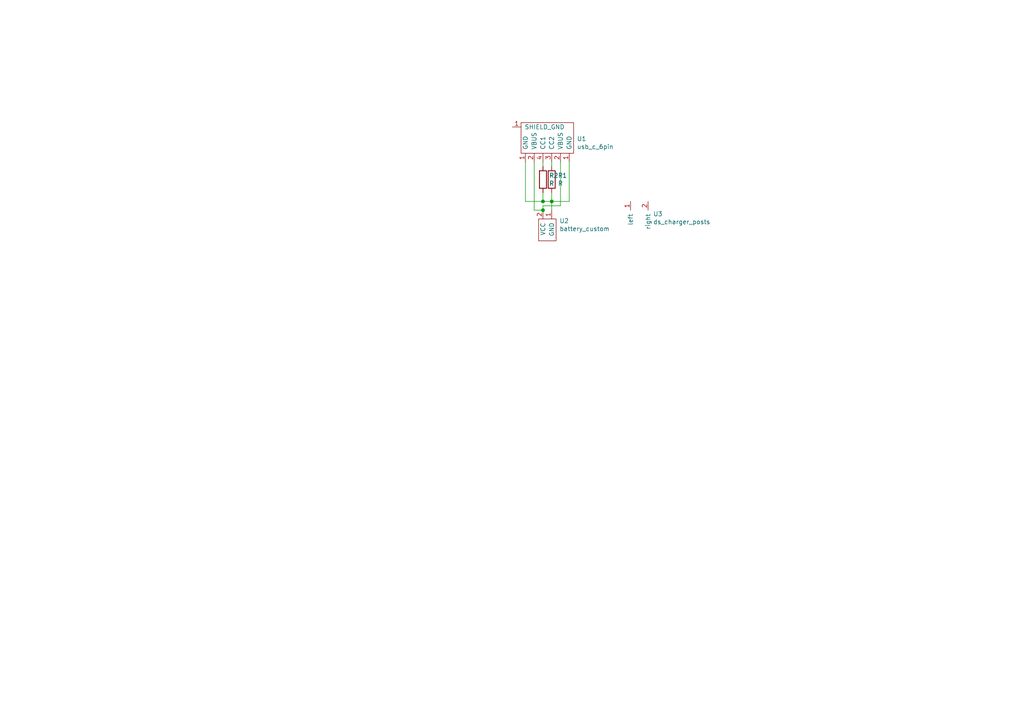
<source format=kicad_sch>
(kicad_sch (version 20211123) (generator eeschema)
  (paper "A4")
  (lib_symbols
    (symbol "Device:R" (pin_numbers hide) (pin_names (offset 0))
      (property "Reference" "R" (at 2.032 0 90))
      (property "Value" "R" (at 0 0 90))
      (symbol "R_0_1"
        (rectangle (start -1.016 -2.54) (end 1.016 2.54) (stroke (width 0.254)))
      )
      (symbol "R_1_1"
        (pin passive line (at 0 3.81 270) (length 1.27) (name "~") (number "1"))
        (pin passive line (at 0 -3.81 90) (length 1.27) (name "~") (number "2"))
      )
    )
    (symbol "battery_custom:battery_custom" (pin_names (offset 1.016))
      (property "Reference" "U" (at 3.81 3.81 90))
      (property "Value" "battery_custom" (at -5.08 3.81 90))
      (symbol "battery_custom_0_1"
        (rectangle (start -2.54 0) (end 2.54 6.35))
      )
      (symbol "battery_custom_1_1"
        (pin input line (at -1.27 -2.54 90) (length 2.54) (name "GND") (number "1"))
        (pin input line (at 1.27 -2.54 90) (length 2.54) (name "VCC") (number "2"))
      )
    )
    (symbol "dsixl_usb_c-rescue:ds_charger_posts-ds_charger_posts" (pin_names (offset 1.016))
      (property "Reference" "U" (at 0 3.81 0))
      (property "Value" "ds_charger_posts-ds_charger_posts" (at 0 6.35 0))
      (symbol "ds_charger_posts-ds_charger_posts_1_1"
        (pin input line (at -2.54 0 270) (length 2.54) (name "left") (number "1"))
        (pin input line (at 2.54 0 270) (length 2.54) (name "right") (number "2"))
      )
    )
    (symbol "dsixl_usb_c-rescue:usb_c_6pin-usb_c_6pin" (pin_names (offset 1.016))
      (property "Reference" "U" (at -8.89 -3.81 90))
      (property "Value" "usb_c_6pin-usb_c_6pin" (at 0 -11.43 0))
      (symbol "usb_c_6pin-usb_c_6pin_0_1"
        (rectangle (start -7.62 0) (end 7.62 -8.89))
      )
      (symbol "usb_c_6pin-usb_c_6pin_1_1"
        (pin input line (at -6.35 2.54 270) (length 2.54) (name "GND") (number "1"))
        (pin input line (at 6.35 2.54 270) (length 2.54) (name "GND") (number "1"))
        (pin input line (at 10.16 -7.62 180) (length 2.54) (name "SHIELD_GND") (number "1"))
        (pin input line (at -3.81 2.54 270) (length 2.54) (name "VBUS") (number "2"))
        (pin input line (at 3.81 2.54 270) (length 2.54) (name "VBUS") (number "2"))
        (pin input line (at -1.27 2.54 270) (length 2.54) (name "CC2") (number "3"))
        (pin input line (at 1.27 2.54 270) (length 2.54) (name "CC1") (number "4"))
      )
    )
  )
  (junction (at 157.48 60.96))
  (junction (at 160.02 58.42))
  (junction (at 157.48 58.42))
  (wire (pts (xy 157.48 55.88) (xy 157.48 58.42)))
  (wire (pts (xy 162.56 46.99) (xy 162.56 59.69)))
  (wire (pts (xy 165.1 58.42) (xy 160.02 58.42)))
  (wire (pts (xy 157.48 59.69) (xy 157.48 60.96)))
  (wire (pts (xy 157.48 58.42) (xy 160.02 58.42)))
  (wire (pts (xy 160.02 58.42) (xy 160.02 60.96)))
  (wire (pts (xy 154.94 46.99) (xy 154.94 60.96)))
  (wire (pts (xy 160.02 46.99) (xy 160.02 48.26)))
  (wire (pts (xy 162.56 59.69) (xy 157.48 59.69)))
  (wire (pts (xy 152.4 46.99) (xy 152.4 58.42)))
  (wire (pts (xy 160.02 55.88) (xy 160.02 58.42)))
  (wire (pts (xy 152.4 58.42) (xy 157.48 58.42)))
  (wire (pts (xy 154.94 60.96) (xy 157.48 60.96)))
  (wire (pts (xy 157.48 46.99) (xy 157.48 48.26)))
  (wire (pts (xy 165.1 46.99) (xy 165.1 58.42)))
  (symbol (lib_id "dsixl_usb_c-rescue:usb_c_6pin-usb_c_6pin") (at 158.75 44.45 180) (unit 1)
    (property "Reference" "U1" (at 167.3098 40.259 0) (effects (justify right)))
    (property "Value" "usb_c_6pin" (at 167.3098 42.5704 0) (effects (justify right)))
    (property "Footprint" "usb_custom:USB_C_6PIN_custom" (effects hide))
  )
  (symbol (lib_id "battery_custom:battery_custom") (at 158.75 63.5 180) (unit 1)
    (property "Reference" "U2" (at 162.2552 64.0588 0) (effects (justify right)))
    (property "Value" "battery_custom" (at 162.2552 66.3702 0) (effects (justify right)))
    (property "Footprint" "custom_connectors:dsixl_charger_pins" (effects hide))
  )
  (symbol (lib_id "dsixl_usb_c-rescue:ds_charger_posts-ds_charger_posts") (at 185.42 58.42 0) (unit 1)
    (property "Reference" "U3" (at 189.4332 62.0522 0) (effects (justify left)))
    (property "Value" "ds_charger_posts" (at 189.4332 64.3636 0) (effects (justify left)))
    (property "Footprint" "custom_connectors:dsixl_charger_posts" (effects hide))
  )
  (symbol (lib_id "Device:R") (at 160.02 52.07 0) (unit 1)
    (property "Reference" "R1" (at 161.798 50.9016 0) (effects (justify left)))
    (property "Value" "R" (at 161.798 53.213 0) (effects (justify left)))
    (property "Footprint" "Resistor_SMD:R_0603_1608Metric_Pad0.98x0.95mm_HandSolder" (effects hide))
  )
  (symbol (lib_id "Device:R") (at 157.48 52.07 0) (unit 1)
    (property "Reference" "R2" (at 159.258 50.9016 0) (effects (justify left)))
    (property "Value" "R" (at 159.258 53.213 0) (effects (justify left)))
    (property "Footprint" "Resistor_SMD:R_0603_1608Metric_Pad0.98x0.95mm_HandSolder" (effects hide))
  )
)
</source>
